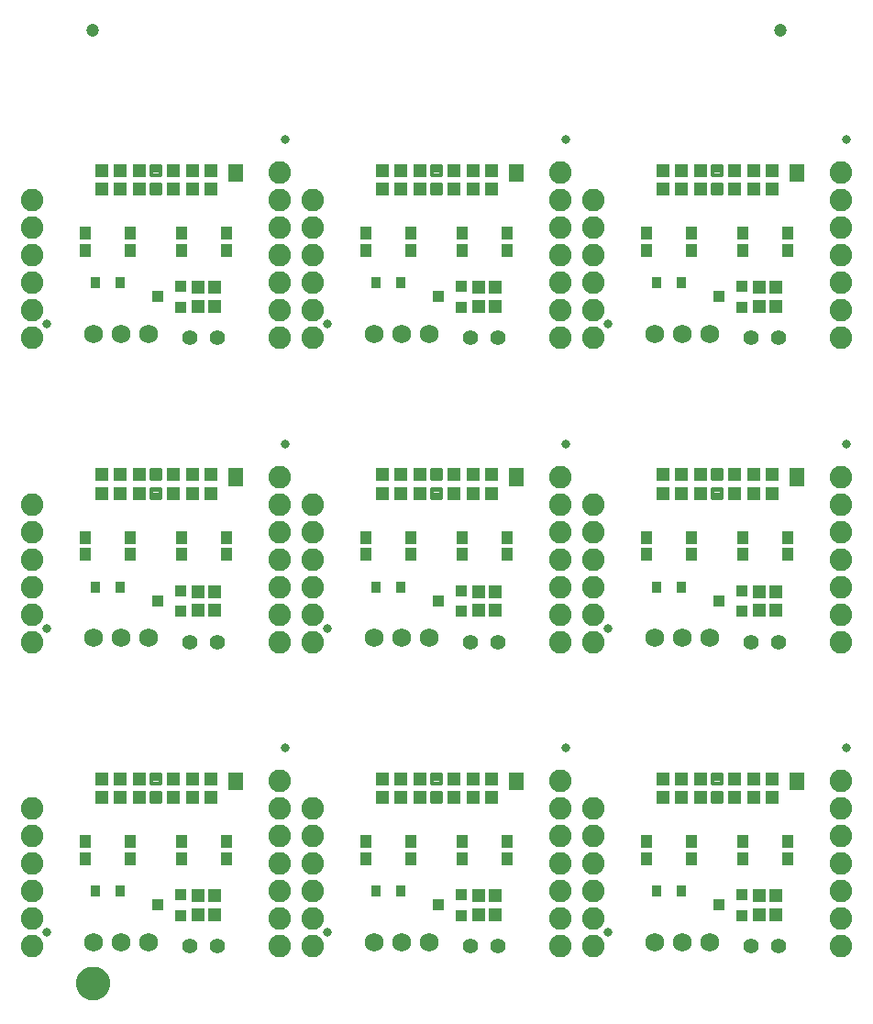
<source format=gts>
G75*
%MOIN*%
%OFA0B0*%
%FSLAX25Y25*%
%IPPOS*%
%LPD*%
%AMOC8*
5,1,8,0,0,1.08239X$1,22.5*
%
%ADD10C,0.08200*%
%ADD11C,0.05524*%
%ADD12R,0.04737X0.05131*%
%ADD13C,0.01421*%
%ADD14R,0.04343X0.03950*%
%ADD15R,0.04343X0.04737*%
%ADD16C,0.06800*%
%ADD17R,0.05800X0.03300*%
%ADD18R,0.03280X0.04068*%
%ADD19C,0.03300*%
%ADD20C,0.04737*%
%ADD21C,0.05000*%
%ADD22C,0.06706*%
D10*
X0033750Y0033750D03*
X0033750Y0043750D03*
X0033750Y0053750D03*
X0033750Y0063750D03*
X0033750Y0073750D03*
X0033750Y0083750D03*
X0033750Y0144250D03*
X0033750Y0154250D03*
X0033750Y0164250D03*
X0033750Y0174250D03*
X0033750Y0184250D03*
X0033750Y0194250D03*
X0033750Y0254750D03*
X0033750Y0264750D03*
X0033750Y0274750D03*
X0033750Y0284750D03*
X0033750Y0294750D03*
X0033750Y0304750D03*
X0123750Y0304750D03*
X0123750Y0294750D03*
X0123750Y0284750D03*
X0123750Y0274750D03*
X0123750Y0264750D03*
X0123750Y0254750D03*
X0135750Y0254750D03*
X0135750Y0264750D03*
X0135750Y0274750D03*
X0135750Y0284750D03*
X0135750Y0294750D03*
X0135750Y0304750D03*
X0123750Y0314750D03*
X0225750Y0314750D03*
X0225750Y0304750D03*
X0225750Y0294750D03*
X0225750Y0284750D03*
X0225750Y0274750D03*
X0225750Y0264750D03*
X0225750Y0254750D03*
X0237750Y0254750D03*
X0237750Y0264750D03*
X0237750Y0274750D03*
X0237750Y0284750D03*
X0237750Y0294750D03*
X0237750Y0304750D03*
X0327750Y0304750D03*
X0327750Y0294750D03*
X0327750Y0284750D03*
X0327750Y0274750D03*
X0327750Y0264750D03*
X0327750Y0254750D03*
X0327750Y0204250D03*
X0327750Y0194250D03*
X0327750Y0184250D03*
X0327750Y0174250D03*
X0327750Y0164250D03*
X0327750Y0154250D03*
X0327750Y0144250D03*
X0327750Y0093750D03*
X0327750Y0083750D03*
X0327750Y0073750D03*
X0327750Y0063750D03*
X0327750Y0053750D03*
X0327750Y0043750D03*
X0327750Y0033750D03*
X0237750Y0033750D03*
X0237750Y0043750D03*
X0237750Y0053750D03*
X0237750Y0063750D03*
X0237750Y0073750D03*
X0237750Y0083750D03*
X0225750Y0083750D03*
X0225750Y0073750D03*
X0225750Y0063750D03*
X0225750Y0053750D03*
X0225750Y0043750D03*
X0225750Y0033750D03*
X0225750Y0093750D03*
X0225750Y0144250D03*
X0225750Y0154250D03*
X0225750Y0164250D03*
X0225750Y0174250D03*
X0225750Y0184250D03*
X0225750Y0194250D03*
X0225750Y0204250D03*
X0237750Y0194250D03*
X0237750Y0184250D03*
X0237750Y0174250D03*
X0237750Y0164250D03*
X0237750Y0154250D03*
X0237750Y0144250D03*
X0135750Y0144250D03*
X0135750Y0154250D03*
X0135750Y0164250D03*
X0135750Y0174250D03*
X0135750Y0184250D03*
X0135750Y0194250D03*
X0123750Y0194250D03*
X0123750Y0184250D03*
X0123750Y0174250D03*
X0123750Y0164250D03*
X0123750Y0154250D03*
X0123750Y0144250D03*
X0123750Y0093750D03*
X0123750Y0083750D03*
X0123750Y0073750D03*
X0123750Y0063750D03*
X0123750Y0053750D03*
X0123750Y0043750D03*
X0123750Y0033750D03*
X0135750Y0033750D03*
X0135750Y0043750D03*
X0135750Y0053750D03*
X0135750Y0063750D03*
X0135750Y0073750D03*
X0135750Y0083750D03*
X0123750Y0204250D03*
X0327750Y0314750D03*
D11*
X0305250Y0254750D03*
X0295250Y0254750D03*
X0203250Y0254750D03*
X0193250Y0254750D03*
X0101250Y0254750D03*
X0091250Y0254750D03*
X0091250Y0144250D03*
X0101250Y0144250D03*
X0193250Y0144250D03*
X0203250Y0144250D03*
X0295250Y0144250D03*
X0305250Y0144250D03*
X0305250Y0033750D03*
X0295250Y0033750D03*
X0203250Y0033750D03*
X0193250Y0033750D03*
X0101250Y0033750D03*
X0091250Y0033750D03*
D12*
X0094250Y0045404D03*
X0100250Y0045404D03*
X0100250Y0052096D03*
X0094250Y0052096D03*
X0092250Y0087904D03*
X0098750Y0087904D03*
X0098750Y0094596D03*
X0092250Y0094596D03*
X0085250Y0094596D03*
X0085250Y0087904D03*
X0072750Y0087904D03*
X0065750Y0087904D03*
X0059250Y0087904D03*
X0059250Y0094596D03*
X0065750Y0094596D03*
X0072750Y0094596D03*
X0094250Y0155904D03*
X0100250Y0155904D03*
X0100250Y0162596D03*
X0094250Y0162596D03*
X0092250Y0198404D03*
X0098750Y0198404D03*
X0098750Y0205096D03*
X0092250Y0205096D03*
X0085250Y0205096D03*
X0085250Y0198404D03*
X0072750Y0198404D03*
X0065750Y0198404D03*
X0059250Y0198404D03*
X0059250Y0205096D03*
X0065750Y0205096D03*
X0072750Y0205096D03*
X0094250Y0266404D03*
X0094250Y0273096D03*
X0100250Y0273096D03*
X0100250Y0266404D03*
X0098750Y0308904D03*
X0092250Y0308904D03*
X0092250Y0315596D03*
X0098750Y0315596D03*
X0085250Y0315596D03*
X0085250Y0308904D03*
X0072750Y0308904D03*
X0072750Y0315596D03*
X0065750Y0315596D03*
X0065750Y0308904D03*
X0059250Y0308904D03*
X0059250Y0315596D03*
X0161250Y0315596D03*
X0161250Y0308904D03*
X0167750Y0308904D03*
X0167750Y0315596D03*
X0174750Y0315596D03*
X0174750Y0308904D03*
X0187250Y0308904D03*
X0187250Y0315596D03*
X0194250Y0315596D03*
X0194250Y0308904D03*
X0200750Y0308904D03*
X0200750Y0315596D03*
X0202250Y0273096D03*
X0196250Y0273096D03*
X0196250Y0266404D03*
X0202250Y0266404D03*
X0200750Y0205096D03*
X0194250Y0205096D03*
X0194250Y0198404D03*
X0200750Y0198404D03*
X0187250Y0198404D03*
X0187250Y0205096D03*
X0174750Y0205096D03*
X0174750Y0198404D03*
X0167750Y0198404D03*
X0161250Y0198404D03*
X0161250Y0205096D03*
X0167750Y0205096D03*
X0196250Y0162596D03*
X0202250Y0162596D03*
X0202250Y0155904D03*
X0196250Y0155904D03*
X0194250Y0094596D03*
X0200750Y0094596D03*
X0200750Y0087904D03*
X0194250Y0087904D03*
X0187250Y0087904D03*
X0187250Y0094596D03*
X0174750Y0094596D03*
X0174750Y0087904D03*
X0167750Y0087904D03*
X0161250Y0087904D03*
X0161250Y0094596D03*
X0167750Y0094596D03*
X0196250Y0052096D03*
X0202250Y0052096D03*
X0202250Y0045404D03*
X0196250Y0045404D03*
X0263250Y0087904D03*
X0269750Y0087904D03*
X0269750Y0094596D03*
X0263250Y0094596D03*
X0276750Y0094596D03*
X0276750Y0087904D03*
X0289250Y0087904D03*
X0296250Y0087904D03*
X0302750Y0087904D03*
X0302750Y0094596D03*
X0296250Y0094596D03*
X0289250Y0094596D03*
X0298250Y0052096D03*
X0304250Y0052096D03*
X0304250Y0045404D03*
X0298250Y0045404D03*
X0298250Y0155904D03*
X0304250Y0155904D03*
X0304250Y0162596D03*
X0298250Y0162596D03*
X0296250Y0198404D03*
X0289250Y0198404D03*
X0289250Y0205096D03*
X0296250Y0205096D03*
X0302750Y0205096D03*
X0302750Y0198404D03*
X0276750Y0198404D03*
X0276750Y0205096D03*
X0269750Y0205096D03*
X0263250Y0205096D03*
X0263250Y0198404D03*
X0269750Y0198404D03*
X0298250Y0266404D03*
X0304250Y0266404D03*
X0304250Y0273096D03*
X0298250Y0273096D03*
X0296250Y0308904D03*
X0296250Y0315596D03*
X0289250Y0315596D03*
X0289250Y0308904D03*
X0276750Y0308904D03*
X0276750Y0315596D03*
X0269750Y0315596D03*
X0263250Y0315596D03*
X0263250Y0308904D03*
X0269750Y0308904D03*
X0302750Y0308904D03*
X0302750Y0315596D03*
D13*
X0284408Y0314045D02*
X0281092Y0314045D01*
X0281092Y0317361D01*
X0284408Y0317361D01*
X0284408Y0314045D01*
X0284408Y0315465D02*
X0281092Y0315465D01*
X0281092Y0316885D02*
X0284408Y0316885D01*
X0284408Y0307139D02*
X0281092Y0307139D01*
X0281092Y0310455D01*
X0284408Y0310455D01*
X0284408Y0307139D01*
X0284408Y0308559D02*
X0281092Y0308559D01*
X0281092Y0309979D02*
X0284408Y0309979D01*
X0182408Y0307139D02*
X0179092Y0307139D01*
X0179092Y0310455D01*
X0182408Y0310455D01*
X0182408Y0307139D01*
X0182408Y0308559D02*
X0179092Y0308559D01*
X0179092Y0309979D02*
X0182408Y0309979D01*
X0182408Y0314045D02*
X0179092Y0314045D01*
X0179092Y0317361D01*
X0182408Y0317361D01*
X0182408Y0314045D01*
X0182408Y0315465D02*
X0179092Y0315465D01*
X0179092Y0316885D02*
X0182408Y0316885D01*
X0080408Y0314045D02*
X0077092Y0314045D01*
X0077092Y0317361D01*
X0080408Y0317361D01*
X0080408Y0314045D01*
X0080408Y0315465D02*
X0077092Y0315465D01*
X0077092Y0316885D02*
X0080408Y0316885D01*
X0080408Y0307139D02*
X0077092Y0307139D01*
X0077092Y0310455D01*
X0080408Y0310455D01*
X0080408Y0307139D01*
X0080408Y0308559D02*
X0077092Y0308559D01*
X0077092Y0309979D02*
X0080408Y0309979D01*
X0080408Y0203545D02*
X0077092Y0203545D01*
X0077092Y0206861D01*
X0080408Y0206861D01*
X0080408Y0203545D01*
X0080408Y0204965D02*
X0077092Y0204965D01*
X0077092Y0206385D02*
X0080408Y0206385D01*
X0080408Y0196639D02*
X0077092Y0196639D01*
X0077092Y0199955D01*
X0080408Y0199955D01*
X0080408Y0196639D01*
X0080408Y0198059D02*
X0077092Y0198059D01*
X0077092Y0199479D02*
X0080408Y0199479D01*
X0179092Y0196639D02*
X0182408Y0196639D01*
X0179092Y0196639D02*
X0179092Y0199955D01*
X0182408Y0199955D01*
X0182408Y0196639D01*
X0182408Y0198059D02*
X0179092Y0198059D01*
X0179092Y0199479D02*
X0182408Y0199479D01*
X0182408Y0203545D02*
X0179092Y0203545D01*
X0179092Y0206861D01*
X0182408Y0206861D01*
X0182408Y0203545D01*
X0182408Y0204965D02*
X0179092Y0204965D01*
X0179092Y0206385D02*
X0182408Y0206385D01*
X0281092Y0203545D02*
X0284408Y0203545D01*
X0281092Y0203545D02*
X0281092Y0206861D01*
X0284408Y0206861D01*
X0284408Y0203545D01*
X0284408Y0204965D02*
X0281092Y0204965D01*
X0281092Y0206385D02*
X0284408Y0206385D01*
X0284408Y0196639D02*
X0281092Y0196639D01*
X0281092Y0199955D01*
X0284408Y0199955D01*
X0284408Y0196639D01*
X0284408Y0198059D02*
X0281092Y0198059D01*
X0281092Y0199479D02*
X0284408Y0199479D01*
X0284408Y0093045D02*
X0281092Y0093045D01*
X0281092Y0096361D01*
X0284408Y0096361D01*
X0284408Y0093045D01*
X0284408Y0094465D02*
X0281092Y0094465D01*
X0281092Y0095885D02*
X0284408Y0095885D01*
X0284408Y0086139D02*
X0281092Y0086139D01*
X0281092Y0089455D01*
X0284408Y0089455D01*
X0284408Y0086139D01*
X0284408Y0087559D02*
X0281092Y0087559D01*
X0281092Y0088979D02*
X0284408Y0088979D01*
X0182408Y0086139D02*
X0179092Y0086139D01*
X0179092Y0089455D01*
X0182408Y0089455D01*
X0182408Y0086139D01*
X0182408Y0087559D02*
X0179092Y0087559D01*
X0179092Y0088979D02*
X0182408Y0088979D01*
X0182408Y0093045D02*
X0179092Y0093045D01*
X0179092Y0096361D01*
X0182408Y0096361D01*
X0182408Y0093045D01*
X0182408Y0094465D02*
X0179092Y0094465D01*
X0179092Y0095885D02*
X0182408Y0095885D01*
X0080408Y0093045D02*
X0077092Y0093045D01*
X0077092Y0096361D01*
X0080408Y0096361D01*
X0080408Y0093045D01*
X0080408Y0094465D02*
X0077092Y0094465D01*
X0077092Y0095885D02*
X0080408Y0095885D01*
X0080408Y0086139D02*
X0077092Y0086139D01*
X0077092Y0089455D01*
X0080408Y0089455D01*
X0080408Y0086139D01*
X0080408Y0087559D02*
X0077092Y0087559D01*
X0077092Y0088979D02*
X0080408Y0088979D01*
D14*
X0087687Y0052490D03*
X0087687Y0045010D03*
X0079419Y0048750D03*
X0181419Y0048750D03*
X0189687Y0045010D03*
X0189687Y0052490D03*
X0283419Y0048750D03*
X0291687Y0045010D03*
X0291687Y0052490D03*
X0291687Y0155510D03*
X0283419Y0159250D03*
X0291687Y0162990D03*
X0189687Y0162990D03*
X0189687Y0155510D03*
X0181419Y0159250D03*
X0087687Y0155510D03*
X0087687Y0162990D03*
X0079419Y0159250D03*
X0087687Y0266010D03*
X0087687Y0273490D03*
X0079419Y0269750D03*
X0181419Y0269750D03*
X0189687Y0266010D03*
X0189687Y0273490D03*
X0283419Y0269750D03*
X0291687Y0266010D03*
X0291687Y0273490D03*
D15*
X0292179Y0286600D03*
X0292179Y0292900D03*
X0308321Y0292900D03*
X0308321Y0286600D03*
X0273321Y0286600D03*
X0273321Y0292900D03*
X0257179Y0292900D03*
X0257179Y0286600D03*
X0206321Y0286600D03*
X0206321Y0292900D03*
X0190179Y0292900D03*
X0190179Y0286600D03*
X0171321Y0286600D03*
X0171321Y0292900D03*
X0155179Y0292900D03*
X0155179Y0286600D03*
X0104321Y0286600D03*
X0104321Y0292900D03*
X0088179Y0292900D03*
X0088179Y0286600D03*
X0069321Y0286600D03*
X0069321Y0292900D03*
X0053179Y0292900D03*
X0053179Y0286600D03*
X0053179Y0182400D03*
X0053179Y0176100D03*
X0069321Y0176100D03*
X0069321Y0182400D03*
X0088179Y0182400D03*
X0088179Y0176100D03*
X0104321Y0176100D03*
X0104321Y0182400D03*
X0155179Y0182400D03*
X0155179Y0176100D03*
X0171321Y0176100D03*
X0171321Y0182400D03*
X0190179Y0182400D03*
X0190179Y0176100D03*
X0206321Y0176100D03*
X0206321Y0182400D03*
X0257179Y0182400D03*
X0257179Y0176100D03*
X0273321Y0176100D03*
X0273321Y0182400D03*
X0292179Y0182400D03*
X0292179Y0176100D03*
X0308321Y0176100D03*
X0308321Y0182400D03*
X0308321Y0071900D03*
X0308321Y0065600D03*
X0292179Y0065600D03*
X0292179Y0071900D03*
X0273321Y0071900D03*
X0273321Y0065600D03*
X0257179Y0065600D03*
X0257179Y0071900D03*
X0206321Y0071900D03*
X0206321Y0065600D03*
X0190179Y0065600D03*
X0190179Y0071900D03*
X0171321Y0071900D03*
X0171321Y0065600D03*
X0155179Y0065600D03*
X0155179Y0071900D03*
X0104321Y0071900D03*
X0104321Y0065600D03*
X0088179Y0065600D03*
X0088179Y0071900D03*
X0069321Y0071900D03*
X0069321Y0065600D03*
X0053179Y0065600D03*
X0053179Y0071900D03*
D16*
X0056250Y0035250D03*
X0066250Y0035250D03*
X0076250Y0035250D03*
X0158250Y0035250D03*
X0168250Y0035250D03*
X0178250Y0035250D03*
X0260250Y0035250D03*
X0270250Y0035250D03*
X0280250Y0035250D03*
X0280250Y0145750D03*
X0270250Y0145750D03*
X0260250Y0145750D03*
X0178250Y0145750D03*
X0168250Y0145750D03*
X0158250Y0145750D03*
X0076250Y0145750D03*
X0066250Y0145750D03*
X0056250Y0145750D03*
X0056250Y0256250D03*
X0066250Y0256250D03*
X0076250Y0256250D03*
X0158250Y0256250D03*
X0168250Y0256250D03*
X0178250Y0256250D03*
X0260250Y0256250D03*
X0270250Y0256250D03*
X0280250Y0256250D03*
D17*
X0311750Y0205850D03*
X0311750Y0202650D03*
X0209750Y0202650D03*
X0209750Y0205850D03*
X0107750Y0205850D03*
X0107750Y0202650D03*
X0107750Y0095350D03*
X0107750Y0092150D03*
X0209750Y0092150D03*
X0209750Y0095350D03*
X0311750Y0095350D03*
X0311750Y0092150D03*
X0311750Y0313150D03*
X0311750Y0316350D03*
X0209750Y0316350D03*
X0209750Y0313150D03*
X0107750Y0313150D03*
X0107750Y0316350D03*
D18*
X0065778Y0274750D03*
X0056722Y0274750D03*
X0158722Y0274750D03*
X0167778Y0274750D03*
X0260722Y0274750D03*
X0269778Y0274750D03*
X0269778Y0164250D03*
X0260722Y0164250D03*
X0167778Y0164250D03*
X0158722Y0164250D03*
X0065778Y0164250D03*
X0056722Y0164250D03*
X0056722Y0053750D03*
X0065778Y0053750D03*
X0158722Y0053750D03*
X0167778Y0053750D03*
X0260722Y0053750D03*
X0269778Y0053750D03*
D19*
X0243250Y0038750D03*
X0227750Y0105750D03*
X0243250Y0149250D03*
X0227750Y0216250D03*
X0243250Y0259750D03*
X0227750Y0326750D03*
X0141250Y0259750D03*
X0125750Y0216250D03*
X0141250Y0149250D03*
X0125750Y0105750D03*
X0141250Y0038750D03*
X0039250Y0038750D03*
X0039250Y0149250D03*
X0039250Y0259750D03*
X0125750Y0326750D03*
X0329750Y0326750D03*
X0329750Y0216250D03*
X0329750Y0105750D03*
D20*
X0305750Y0366500D03*
X0055750Y0366500D03*
D21*
X0052185Y0020500D02*
X0052187Y0020619D01*
X0052193Y0020738D01*
X0052203Y0020857D01*
X0052217Y0020975D01*
X0052235Y0021093D01*
X0052256Y0021210D01*
X0052282Y0021326D01*
X0052312Y0021442D01*
X0052345Y0021556D01*
X0052382Y0021669D01*
X0052423Y0021781D01*
X0052468Y0021892D01*
X0052516Y0022001D01*
X0052568Y0022108D01*
X0052624Y0022213D01*
X0052683Y0022317D01*
X0052745Y0022418D01*
X0052811Y0022518D01*
X0052880Y0022615D01*
X0052952Y0022709D01*
X0053028Y0022802D01*
X0053106Y0022891D01*
X0053187Y0022978D01*
X0053272Y0023063D01*
X0053359Y0023144D01*
X0053448Y0023222D01*
X0053541Y0023298D01*
X0053635Y0023370D01*
X0053732Y0023439D01*
X0053832Y0023505D01*
X0053933Y0023567D01*
X0054037Y0023626D01*
X0054142Y0023682D01*
X0054249Y0023734D01*
X0054358Y0023782D01*
X0054469Y0023827D01*
X0054581Y0023868D01*
X0054694Y0023905D01*
X0054808Y0023938D01*
X0054924Y0023968D01*
X0055040Y0023994D01*
X0055157Y0024015D01*
X0055275Y0024033D01*
X0055393Y0024047D01*
X0055512Y0024057D01*
X0055631Y0024063D01*
X0055750Y0024065D01*
X0055869Y0024063D01*
X0055988Y0024057D01*
X0056107Y0024047D01*
X0056225Y0024033D01*
X0056343Y0024015D01*
X0056460Y0023994D01*
X0056576Y0023968D01*
X0056692Y0023938D01*
X0056806Y0023905D01*
X0056919Y0023868D01*
X0057031Y0023827D01*
X0057142Y0023782D01*
X0057251Y0023734D01*
X0057358Y0023682D01*
X0057463Y0023626D01*
X0057567Y0023567D01*
X0057668Y0023505D01*
X0057768Y0023439D01*
X0057865Y0023370D01*
X0057959Y0023298D01*
X0058052Y0023222D01*
X0058141Y0023144D01*
X0058228Y0023063D01*
X0058313Y0022978D01*
X0058394Y0022891D01*
X0058472Y0022802D01*
X0058548Y0022709D01*
X0058620Y0022615D01*
X0058689Y0022518D01*
X0058755Y0022418D01*
X0058817Y0022317D01*
X0058876Y0022213D01*
X0058932Y0022108D01*
X0058984Y0022001D01*
X0059032Y0021892D01*
X0059077Y0021781D01*
X0059118Y0021669D01*
X0059155Y0021556D01*
X0059188Y0021442D01*
X0059218Y0021326D01*
X0059244Y0021210D01*
X0059265Y0021093D01*
X0059283Y0020975D01*
X0059297Y0020857D01*
X0059307Y0020738D01*
X0059313Y0020619D01*
X0059315Y0020500D01*
X0059313Y0020381D01*
X0059307Y0020262D01*
X0059297Y0020143D01*
X0059283Y0020025D01*
X0059265Y0019907D01*
X0059244Y0019790D01*
X0059218Y0019674D01*
X0059188Y0019558D01*
X0059155Y0019444D01*
X0059118Y0019331D01*
X0059077Y0019219D01*
X0059032Y0019108D01*
X0058984Y0018999D01*
X0058932Y0018892D01*
X0058876Y0018787D01*
X0058817Y0018683D01*
X0058755Y0018582D01*
X0058689Y0018482D01*
X0058620Y0018385D01*
X0058548Y0018291D01*
X0058472Y0018198D01*
X0058394Y0018109D01*
X0058313Y0018022D01*
X0058228Y0017937D01*
X0058141Y0017856D01*
X0058052Y0017778D01*
X0057959Y0017702D01*
X0057865Y0017630D01*
X0057768Y0017561D01*
X0057668Y0017495D01*
X0057567Y0017433D01*
X0057463Y0017374D01*
X0057358Y0017318D01*
X0057251Y0017266D01*
X0057142Y0017218D01*
X0057031Y0017173D01*
X0056919Y0017132D01*
X0056806Y0017095D01*
X0056692Y0017062D01*
X0056576Y0017032D01*
X0056460Y0017006D01*
X0056343Y0016985D01*
X0056225Y0016967D01*
X0056107Y0016953D01*
X0055988Y0016943D01*
X0055869Y0016937D01*
X0055750Y0016935D01*
X0055631Y0016937D01*
X0055512Y0016943D01*
X0055393Y0016953D01*
X0055275Y0016967D01*
X0055157Y0016985D01*
X0055040Y0017006D01*
X0054924Y0017032D01*
X0054808Y0017062D01*
X0054694Y0017095D01*
X0054581Y0017132D01*
X0054469Y0017173D01*
X0054358Y0017218D01*
X0054249Y0017266D01*
X0054142Y0017318D01*
X0054037Y0017374D01*
X0053933Y0017433D01*
X0053832Y0017495D01*
X0053732Y0017561D01*
X0053635Y0017630D01*
X0053541Y0017702D01*
X0053448Y0017778D01*
X0053359Y0017856D01*
X0053272Y0017937D01*
X0053187Y0018022D01*
X0053106Y0018109D01*
X0053028Y0018198D01*
X0052952Y0018291D01*
X0052880Y0018385D01*
X0052811Y0018482D01*
X0052745Y0018582D01*
X0052683Y0018683D01*
X0052624Y0018787D01*
X0052568Y0018892D01*
X0052516Y0018999D01*
X0052468Y0019108D01*
X0052423Y0019219D01*
X0052382Y0019331D01*
X0052345Y0019444D01*
X0052312Y0019558D01*
X0052282Y0019674D01*
X0052256Y0019790D01*
X0052235Y0019907D01*
X0052217Y0020025D01*
X0052203Y0020143D01*
X0052193Y0020262D01*
X0052187Y0020381D01*
X0052185Y0020500D01*
D22*
X0055750Y0020500D03*
M02*

</source>
